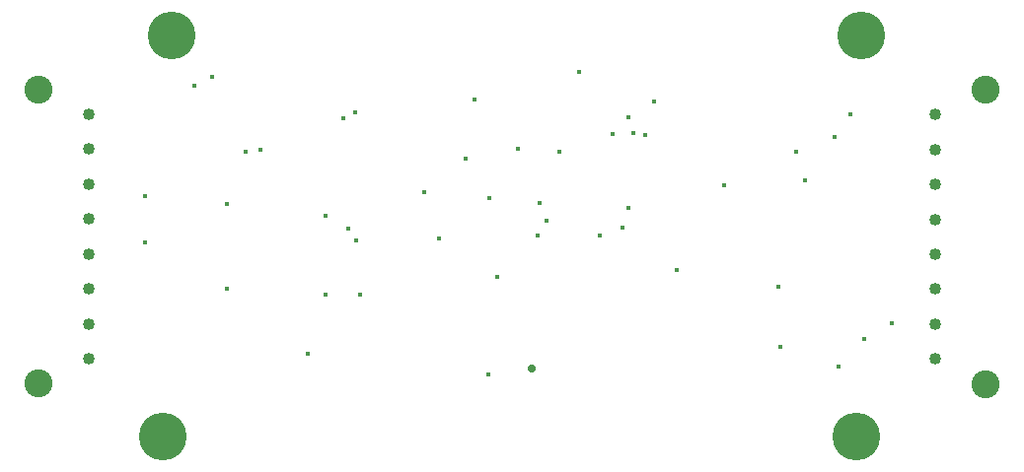
<source format=gbr>
%TF.GenerationSoftware,Altium Limited,Altium Designer,18.1.9 (240)*%
G04 Layer_Color=0*
%FSLAX26Y26*%
%MOIN*%
%TF.FileFunction,Plated,1,2,PTH,Drill*%
%TF.Part,Single*%
G01*
G75*
%TA.AperFunction,OtherDrill,Pad Free-4 (1645.002mil,2322.835mil)*%
%ADD99C,0.161417*%
%TA.AperFunction,OtherDrill,Pad Free-4 (1614.173mil,964.567mil)*%
%ADD100C,0.161417*%
%TA.AperFunction,OtherDrill,Pad Free-4 (3957.652mil,964.567mil)*%
%ADD101C,0.161417*%
%TA.AperFunction,OtherDrill,Pad Free-3 (3976.378mil,2322.835mil)*%
%ADD102C,0.161417*%
%TA.AperFunction,ComponentDrill*%
%ADD103C,0.094882*%
%ADD104C,0.040157*%
%TA.AperFunction,ViaDrill,NotFilled*%
%ADD105C,0.015000*%
%ADD106C,0.028000*%
D99*
X1645002Y2322835D02*
D03*
D100*
X1614173Y964567D02*
D03*
D101*
X3957652D02*
D03*
D102*
X3976378Y2322835D02*
D03*
D103*
X1195000Y1144685D02*
D03*
Y2140749D02*
D03*
X4395078Y2139449D02*
D03*
Y1143385D02*
D03*
D104*
X1365078Y2056103D02*
D03*
Y1937993D02*
D03*
Y1819883D02*
D03*
Y1701771D02*
D03*
Y1583661D02*
D03*
Y1465551D02*
D03*
Y1347441D02*
D03*
Y1229331D02*
D03*
X4225000Y1228031D02*
D03*
Y1346141D02*
D03*
Y1464251D02*
D03*
Y1582363D02*
D03*
Y1700473D02*
D03*
Y1818583D02*
D03*
Y1936693D02*
D03*
Y2054803D02*
D03*
D105*
X3510969Y1815772D02*
D03*
X1896222Y1929175D02*
D03*
X1944109Y1934609D02*
D03*
X2500000Y1791339D02*
D03*
X3188970Y1737992D02*
D03*
X3093268Y1644428D02*
D03*
X2911668Y1696384D02*
D03*
X1782033Y2183186D02*
D03*
X1721022Y2153629D02*
D03*
X3937008Y2054803D02*
D03*
X3885827Y1979325D02*
D03*
X3756474Y1929134D02*
D03*
X3785946Y1833150D02*
D03*
X3274724Y2100347D02*
D03*
X3205000Y1991563D02*
D03*
X3188970Y2047240D02*
D03*
X3694016Y1471839D02*
D03*
X4078004Y1348148D02*
D03*
X2549167Y1637326D02*
D03*
X2716574Y1175000D02*
D03*
X3020314Y2200047D02*
D03*
X3168348Y1672382D02*
D03*
X2881802Y1644428D02*
D03*
X2887795Y1755906D02*
D03*
X3246822Y1986284D02*
D03*
X3134606Y1989402D02*
D03*
X2954066Y1929134D02*
D03*
X2719242Y1773108D02*
D03*
X2816314Y1940001D02*
D03*
X2639776Y1907480D02*
D03*
X2670146Y2106299D02*
D03*
X2165354Y1714024D02*
D03*
X1833213Y1464251D02*
D03*
X2283465Y1445000D02*
D03*
X2165354D02*
D03*
X2240217Y1669758D02*
D03*
X2267978Y1629533D02*
D03*
X2224409Y2042322D02*
D03*
X2263952Y2062992D02*
D03*
X1830709Y1752954D02*
D03*
X2746467Y1505748D02*
D03*
X3700787Y1268426D02*
D03*
X3900000Y1202519D02*
D03*
X3985552Y1294646D02*
D03*
X1554393Y1623032D02*
D03*
Y1780000D02*
D03*
X2106024Y1245000D02*
D03*
X3353385Y1528756D02*
D03*
D106*
X2862480Y1195000D02*
D03*
%TF.MD5,51b7d67be04d2c3de92852da5fffdb70*%
M02*

</source>
